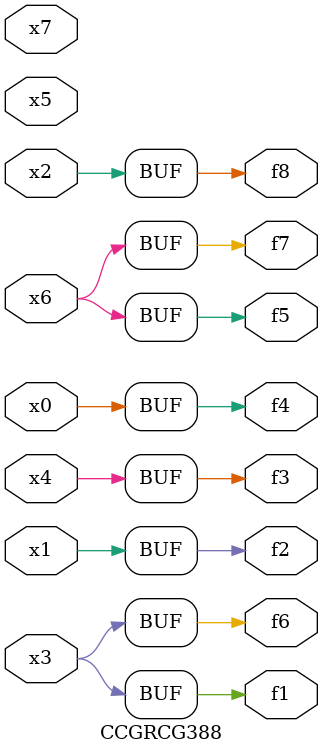
<source format=v>
module CCGRCG388(
	input x0, x1, x2, x3, x4, x5, x6, x7,
	output f1, f2, f3, f4, f5, f6, f7, f8
);
	assign f1 = x3;
	assign f2 = x1;
	assign f3 = x4;
	assign f4 = x0;
	assign f5 = x6;
	assign f6 = x3;
	assign f7 = x6;
	assign f8 = x2;
endmodule

</source>
